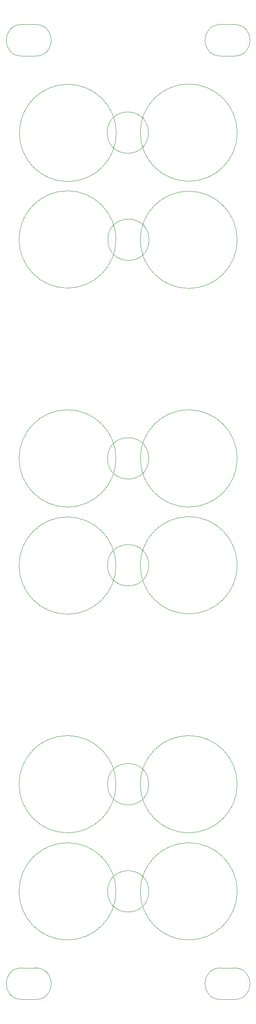
<source format=gbr>
%TF.GenerationSoftware,KiCad,Pcbnew,(5.1.9)-1*%
%TF.CreationDate,2021-09-13T20:57:42+01:00*%
%TF.ProjectId,KOSMO Mult faceplate,4b4f534d-4f20-44d7-956c-742066616365,rev?*%
%TF.SameCoordinates,Original*%
%TF.FileFunction,Other,User*%
%FSLAX46Y46*%
G04 Gerber Fmt 4.6, Leading zero omitted, Abs format (unit mm)*
G04 Created by KiCad (PCBNEW (5.1.9)-1) date 2021-09-13 20:57:42*
%MOMM*%
%LPD*%
G01*
G04 APERTURE LIST*
%ADD10C,0.050000*%
G04 APERTURE END LIST*
D10*
%TO.C,H26*%
X44445500Y-170815000D02*
G75*
G03*
X44445500Y-170815000I-4250000J0D01*
G01*
%TO.C,H5*%
X18288000Y-208586000D02*
G75*
G03*
X18288000Y-215086000I0J-3250000D01*
G01*
X21088000Y-208586000D02*
G75*
G02*
X21088000Y-215086000I0J-3250000D01*
G01*
X18288000Y-215086000D02*
X21088000Y-215086000D01*
X18288000Y-208586000D02*
X21088000Y-208586000D01*
%TO.C,H10*%
X59309000Y-14593500D02*
X62109000Y-14593500D01*
X59309000Y-21093500D02*
X62109000Y-21093500D01*
X62109000Y-14593500D02*
G75*
G02*
X62109000Y-21093500I0J-3250000D01*
G01*
X59309000Y-14593500D02*
G75*
G03*
X59309000Y-21093500I0J-3250000D01*
G01*
%TO.C,H19*%
X18288000Y-14593500D02*
G75*
G03*
X18288000Y-21093500I0J-3250000D01*
G01*
X21088000Y-14593500D02*
G75*
G02*
X21088000Y-21093500I0J-3250000D01*
G01*
X18288000Y-21093500D02*
X21088000Y-21093500D01*
X18288000Y-14593500D02*
X21088000Y-14593500D01*
%TO.C,H20*%
X44509000Y-58864500D02*
G75*
G03*
X44509000Y-58864500I-4250000J0D01*
G01*
%TO.C,H21*%
X44445500Y-103822500D02*
G75*
G03*
X44445500Y-103822500I-4250000J0D01*
G01*
%TO.C,H22*%
X44445500Y-125793500D02*
G75*
G03*
X44445500Y-125793500I-4250000J0D01*
G01*
%TO.C,H25*%
X44382000Y-36830000D02*
G75*
G03*
X44382000Y-36830000I-4250000J0D01*
G01*
%TO.C,H28*%
X59306000Y-208586000D02*
X62106000Y-208586000D01*
X59306000Y-215086000D02*
X62106000Y-215086000D01*
X62106000Y-208586000D02*
G75*
G02*
X62106000Y-215086000I0J-3250000D01*
G01*
X59306000Y-208586000D02*
G75*
G03*
X59306000Y-215086000I0J-3250000D01*
G01*
%TO.C,H2*%
X37749500Y-36893500D02*
G75*
G03*
X37749500Y-36893500I-10000000J0D01*
G01*
%TO.C,H3*%
X37686000Y-125857000D02*
G75*
G03*
X37686000Y-125857000I-10000000J0D01*
G01*
%TO.C,H4*%
X62705000Y-36830000D02*
G75*
G03*
X62705000Y-36830000I-10000000J0D01*
G01*
%TO.C,H7*%
X62705000Y-125793500D02*
G75*
G03*
X62705000Y-125793500I-10000000J0D01*
G01*
%TO.C,H8*%
X62705000Y-192849500D02*
G75*
G03*
X62705000Y-192849500I-10000000J0D01*
G01*
%TO.C,H9*%
X37686000Y-58801000D02*
G75*
G03*
X37686000Y-58801000I-10000000J0D01*
G01*
%TO.C,H12*%
X37686000Y-170815000D02*
G75*
G03*
X37686000Y-170815000I-10000000J0D01*
G01*
%TO.C,H13*%
X37686000Y-192849500D02*
G75*
G03*
X37686000Y-192849500I-10000000J0D01*
G01*
%TO.C,H14*%
X62705000Y-58864500D02*
G75*
G03*
X62705000Y-58864500I-10000000J0D01*
G01*
%TO.C,H16*%
X62705000Y-170815000D02*
G75*
G03*
X62705000Y-170815000I-10000000J0D01*
G01*
%TO.C,H17*%
X62705000Y-103822500D02*
G75*
G03*
X62705000Y-103822500I-10000000J0D01*
G01*
%TO.C,H18*%
X37686000Y-103822500D02*
G75*
G03*
X37686000Y-103822500I-10000000J0D01*
G01*
%TO.C,H23*%
X44445500Y-192849500D02*
G75*
G03*
X44445500Y-192849500I-4250000J0D01*
G01*
%TD*%
M02*

</source>
